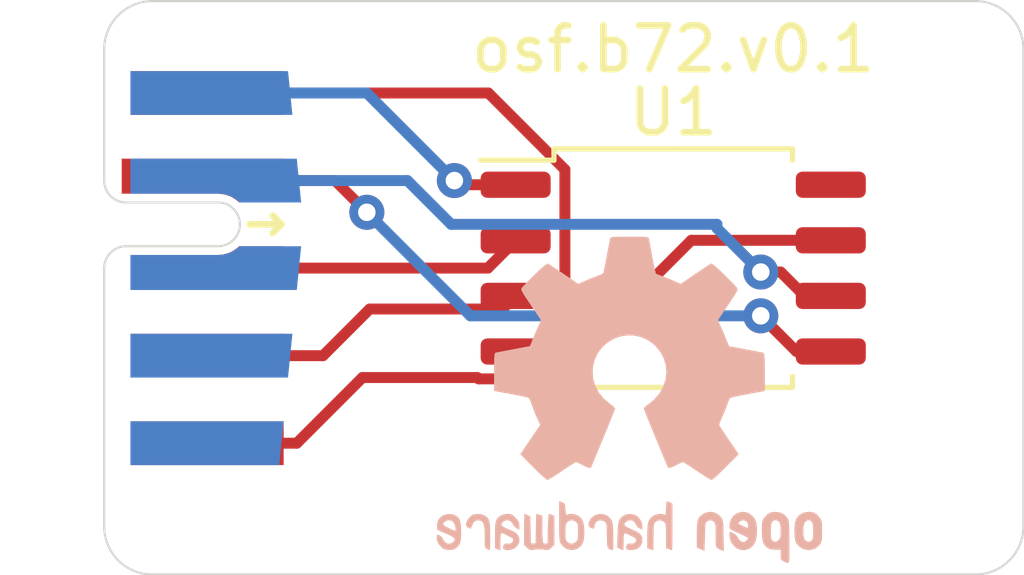
<source format=kicad_pcb>
(kicad_pcb (version 20171130) (host pcbnew 5.1.5+dfsg1-2build2)

  (general
    (thickness 1.6)
    (drawings 11)
    (tracks 43)
    (zones 0)
    (modules 3)
    (nets 10)
  )

  (page A4)
  (layers
    (0 F.Cu signal)
    (1 In1.Cu signal)
    (2 In2.Cu signal)
    (31 B.Cu signal)
    (32 B.Adhes user)
    (33 F.Adhes user)
    (34 B.Paste user)
    (35 F.Paste user)
    (36 B.SilkS user)
    (37 F.SilkS user)
    (38 B.Mask user)
    (39 F.Mask user)
    (40 Dwgs.User user)
    (41 Cmts.User user)
    (42 Eco1.User user)
    (43 Eco2.User user)
    (44 Edge.Cuts user)
    (45 Margin user)
    (46 B.CrtYd user)
    (47 F.CrtYd user)
    (48 B.Fab user)
    (49 F.Fab user)
  )

  (setup
    (last_trace_width 0.25)
    (user_trace_width 0.2)
    (user_trace_width 0.4)
    (user_trace_width 0.5)
    (trace_clearance 0.2)
    (zone_clearance 0.508)
    (zone_45_only no)
    (trace_min 0.2)
    (via_size 0.8)
    (via_drill 0.4)
    (via_min_size 0.4)
    (via_min_drill 0.3)
    (uvia_size 0.3)
    (uvia_drill 0.1)
    (uvias_allowed no)
    (uvia_min_size 0.2)
    (uvia_min_drill 0.1)
    (edge_width 0.05)
    (segment_width 0.2)
    (pcb_text_width 0.3)
    (pcb_text_size 1.5 1.5)
    (mod_edge_width 0.12)
    (mod_text_size 1 1)
    (mod_text_width 0.15)
    (pad_size 1.524 1.524)
    (pad_drill 0.762)
    (pad_to_mask_clearance 0.051)
    (solder_mask_min_width 0.25)
    (aux_axis_origin 0 0)
    (visible_elements 7FFFFFFF)
    (pcbplotparams
      (layerselection 0x010fc_ffffffff)
      (usegerberextensions false)
      (usegerberattributes false)
      (usegerberadvancedattributes false)
      (creategerberjobfile false)
      (excludeedgelayer true)
      (linewidth 0.100000)
      (plotframeref false)
      (viasonmask false)
      (mode 1)
      (useauxorigin false)
      (hpglpennumber 1)
      (hpglpenspeed 20)
      (hpglpendiameter 15.000000)
      (psnegative false)
      (psa4output false)
      (plotreference true)
      (plotvalue true)
      (plotinvisibletext false)
      (padsonsilk false)
      (subtractmaskfromsilk false)
      (outputformat 1)
      (mirror false)
      (drillshape 0)
      (scaleselection 1)
      (outputdirectory "gerber"))
  )

  (net 0 "")
  (net 1 GND)
  (net 2 +3V3)
  (net 3 "Net-(J10-Pad2)")
  (net 4 "Net-(J10-Pad3)")
  (net 5 "Net-(J10-Pad7)")
  (net 6 "Net-(J10-Pad4)")
  (net 7 "Net-(J10-Pad6)")
  (net 8 "Net-(J10-Pad5)")
  (net 9 "Net-(U1-Pad8)")

  (net_class Default "This is the default net class."
    (clearance 0.2)
    (trace_width 0.25)
    (via_dia 0.8)
    (via_drill 0.4)
    (uvia_dia 0.3)
    (uvia_drill 0.1)
    (add_net +3V3)
    (add_net GND)
    (add_net "Net-(J10-Pad2)")
    (add_net "Net-(J10-Pad3)")
    (add_net "Net-(J10-Pad4)")
    (add_net "Net-(J10-Pad5)")
    (add_net "Net-(J10-Pad6)")
    (add_net "Net-(J10-Pad7)")
    (add_net "Net-(U1-Pad8)")
  )

  (module on_edge:on_edge_2x05_device (layer F.Cu) (tedit 607DF540) (tstamp 61130B0A)
    (at 134 75 270)
    (path /61272941)
    (attr virtual)
    (fp_text reference J10 (at 0 1.2 270 unlocked) (layer F.Fab)
      (effects (font (size 0.5 0.5) (thickness 0.05)))
    )
    (fp_text value 018_QSPI (at 0 2 270 unlocked) (layer F.Fab)
      (effects (font (size 0.5 0.5) (thickness 0.05)))
    )
    (fp_arc (start -2 -0.5) (end -2 0) (angle -90) (layer Edge.Cuts) (width 0.05))
    (fp_arc (start 0 -0.5) (end -0.5 -0.5) (angle -90) (layer Edge.Cuts) (width 0.05))
    (fp_arc (start -1 -2.6) (end -0.5 -2.6) (angle -180) (layer Edge.Cuts) (width 0.05))
    (fp_line (start 5 0.5) (end 5 -5) (layer B.CrtYd) (width 0.05))
    (fp_line (start -5 0.5) (end 5 0.5) (layer B.CrtYd) (width 0.05))
    (fp_line (start -5 -5) (end -5 0.5) (layer B.CrtYd) (width 0.05))
    (fp_line (start 5 -5) (end -5 -5) (layer B.CrtYd) (width 0.05))
    (fp_line (start -5 0.5) (end -5 -5) (layer F.CrtYd) (width 0.05))
    (fp_line (start 5 0.5) (end -5 0.5) (layer F.CrtYd) (width 0.05))
    (fp_line (start 5 -5) (end 5 0.5) (layer F.CrtYd) (width 0.05))
    (fp_line (start -5 -5) (end 5 -5) (layer F.CrtYd) (width 0.05))
    (fp_line (start 0 0) (end 4 0) (layer Edge.Cuts) (width 0.05))
    (fp_line (start -4 0) (end -2 0) (layer Edge.Cuts) (width 0.05))
    (fp_line (start -1 -4.05) (end -1 -3.323) (layer F.SilkS) (width 0.153))
    (fp_line (start -1 -4.05) (end -0.8 -3.85) (layer F.SilkS) (width 0.153))
    (fp_line (start -1.2 -3.85) (end -1 -4.05) (layer F.SilkS) (width 0.153))
    (fp_line (start -0.5 -0.5) (end -0.5 -2.6) (layer Edge.Cuts) (width 0.05))
    (fp_line (start -1.5 -2.6) (end -1.5 -0.5) (layer Edge.Cuts) (width 0.05))
    (pad 2 smd custom (at -2 -3.6 270) (size 1 1) (layers F.Cu F.Mask)
      (net 3 "Net-(J10-Pad2)") (zone_connect 0)
      (options (clearance outline) (anchor rect))
      (primitives
        (gr_poly (pts
           (xy 0.3 1) (xy 0.31 0.89) (xy 0.33 0.81) (xy 0.35 0.75) (xy 0.37 0.7)
           (xy 0.4 0.65) (xy 0.44 0.59) (xy 0.48 0.54) (xy 0.5 0.52) (xy 0.5 -0.5)
           (xy -0.5 -0.5) (xy -0.5 3.2) (xy 0.3 3.2)) (width 0))
      ))
    (pad 3 smd custom (at 0 -3.6 270) (size 1 1) (layers F.Cu F.Mask)
      (net 4 "Net-(J10-Pad3)") (zone_connect 0)
      (options (clearance outline) (anchor rect))
      (primitives
        (gr_poly (pts
           (xy -0.3 1) (xy -0.31 0.89) (xy -0.33 0.81) (xy -0.35 0.75) (xy -0.37 0.7)
           (xy -0.4 0.65) (xy -0.44 0.59) (xy -0.48 0.54) (xy -0.5 0.52) (xy -0.5 -0.5)
           (xy 0.5 -0.5) (xy 0.5 3) (xy -0.3 3)) (width 0))
      ))
    (pad 8 smd custom (at 0 -2.1 270) (size 0.4 0.4) (layers B.Cu B.Mask)
      (zone_connect 0)
      (options (clearance outline) (anchor rect))
      (primitives
        (gr_poly (pts
           (xy -0.3 -0.51) (xy -0.31 -0.62) (xy -0.33 -0.7) (xy -0.35 -0.76) (xy -0.37 -0.81)
           (xy -0.4 -0.86) (xy -0.44 -0.92) (xy -0.48 -0.97) (xy -0.5 -0.99) (xy -0.5 -2.4)
           (xy 0.5 -2.3) (xy 0.5 1.5) (xy -0.3 1.5)) (width 0))
      ))
    (pad 7 smd custom (at -2 -2.1 270) (size 0.4 0.4) (layers B.Cu B.Mask)
      (net 5 "Net-(J10-Pad7)") (zone_connect 0)
      (options (clearance outline) (anchor rect))
      (primitives
        (gr_poly (pts
           (xy 0.3 -0.51) (xy 0.31 -0.62) (xy 0.33 -0.7) (xy 0.35 -0.76) (xy 0.37 -0.81)
           (xy 0.4 -0.86) (xy 0.44 -0.92) (xy 0.48 -0.97) (xy 0.5 -0.99) (xy 0.5 -2.4)
           (xy -0.5 -2.3) (xy -0.5 1.5) (xy 0.3 1.5)) (width 0))
      ))
    (pad 10 smd custom (at 4 -2.3 270) (size 1 3.4) (layers B.Cu B.Mask)
      (zone_connect 0)
      (options (clearance outline) (anchor rect))
      (primitives
        (gr_poly (pts
           (xy -0.5 -1.7) (xy -0.5 -1.8) (xy 0.5 -1.7)) (width 0))
      ))
    (pad 9 smd custom (at 2 -2.4 270) (size 1 3.6) (layers B.Cu B.Mask)
      (net 2 +3V3) (zone_connect 0)
      (options (clearance outline) (anchor rect))
      (primitives
        (gr_poly (pts
           (xy -0.5 -1.8) (xy -0.5 -1.9) (xy 0.5 -1.8)) (width 0))
      ))
    (pad 6 smd custom (at -4 -2.4 270) (size 1 3.6) (layers B.Cu B.Mask)
      (net 7 "Net-(J10-Pad6)") (zone_connect 0)
      (options (clearance outline) (anchor rect))
      (primitives
        (gr_poly (pts
           (xy 0.5 -1.8) (xy 0.5 -1.9) (xy -0.5 -1.8)) (width 0))
      ))
    (pad 5 smd rect (at 4 -2.35 90) (size 1 3.5) (layers F.Cu F.Mask)
      (net 8 "Net-(J10-Pad5)") (zone_connect 0))
    (pad 1 smd rect (at -4 -2.35 90) (size 1 3.5) (layers F.Cu F.Mask)
      (net 1 GND) (zone_connect 0))
    (pad 4 smd rect (at 2 -2.35 90) (size 1 3.5) (layers F.Cu F.Mask)
      (net 6 "Net-(J10-Pad4)") (zone_connect 0))
  )

  (module Package_SO:SOIC-8_5.23x5.23mm_P1.27mm (layer F.Cu) (tedit 5D9F72B1) (tstamp 61BD26B6)
    (at 147 75)
    (descr "SOIC, 8 Pin (http://www.winbond.com/resource-files/w25q32jv%20revg%2003272018%20plus.pdf#page=68), generated with kicad-footprint-generator ipc_gullwing_generator.py")
    (tags "SOIC SO")
    (path /61C19DB6)
    (attr smd)
    (fp_text reference U1 (at 0 -3.56) (layer F.SilkS)
      (effects (font (size 1 1) (thickness 0.15)))
    )
    (fp_text value W25Q128JVS (at 0 3.56) (layer F.Fab)
      (effects (font (size 1 1) (thickness 0.15)))
    )
    (fp_text user %R (at 0 0) (layer F.Fab)
      (effects (font (size 1 1) (thickness 0.15)))
    )
    (fp_line (start 4.65 -2.86) (end -4.65 -2.86) (layer F.CrtYd) (width 0.05))
    (fp_line (start 4.65 2.86) (end 4.65 -2.86) (layer F.CrtYd) (width 0.05))
    (fp_line (start -4.65 2.86) (end 4.65 2.86) (layer F.CrtYd) (width 0.05))
    (fp_line (start -4.65 -2.86) (end -4.65 2.86) (layer F.CrtYd) (width 0.05))
    (fp_line (start -2.615 -1.615) (end -1.615 -2.615) (layer F.Fab) (width 0.1))
    (fp_line (start -2.615 2.615) (end -2.615 -1.615) (layer F.Fab) (width 0.1))
    (fp_line (start 2.615 2.615) (end -2.615 2.615) (layer F.Fab) (width 0.1))
    (fp_line (start 2.615 -2.615) (end 2.615 2.615) (layer F.Fab) (width 0.1))
    (fp_line (start -1.615 -2.615) (end 2.615 -2.615) (layer F.Fab) (width 0.1))
    (fp_line (start -2.725 -2.465) (end -4.4 -2.465) (layer F.SilkS) (width 0.12))
    (fp_line (start -2.725 -2.725) (end -2.725 -2.465) (layer F.SilkS) (width 0.12))
    (fp_line (start 0 -2.725) (end -2.725 -2.725) (layer F.SilkS) (width 0.12))
    (fp_line (start 2.725 -2.725) (end 2.725 -2.465) (layer F.SilkS) (width 0.12))
    (fp_line (start 0 -2.725) (end 2.725 -2.725) (layer F.SilkS) (width 0.12))
    (fp_line (start -2.725 2.725) (end -2.725 2.465) (layer F.SilkS) (width 0.12))
    (fp_line (start 0 2.725) (end -2.725 2.725) (layer F.SilkS) (width 0.12))
    (fp_line (start 2.725 2.725) (end 2.725 2.465) (layer F.SilkS) (width 0.12))
    (fp_line (start 0 2.725) (end 2.725 2.725) (layer F.SilkS) (width 0.12))
    (pad 8 smd roundrect (at 3.6 -1.905) (size 1.6 0.6) (layers F.Cu F.Paste F.Mask) (roundrect_rratio 0.25)
      (net 9 "Net-(U1-Pad8)"))
    (pad 7 smd roundrect (at 3.6 -0.635) (size 1.6 0.6) (layers F.Cu F.Paste F.Mask) (roundrect_rratio 0.25)
      (net 8 "Net-(J10-Pad5)"))
    (pad 6 smd roundrect (at 3.6 0.635) (size 1.6 0.6) (layers F.Cu F.Paste F.Mask) (roundrect_rratio 0.25)
      (net 5 "Net-(J10-Pad7)"))
    (pad 5 smd roundrect (at 3.6 1.905) (size 1.6 0.6) (layers F.Cu F.Paste F.Mask) (roundrect_rratio 0.25)
      (net 3 "Net-(J10-Pad2)"))
    (pad 4 smd roundrect (at -3.6 1.905) (size 1.6 0.6) (layers F.Cu F.Paste F.Mask) (roundrect_rratio 0.25)
      (net 1 GND))
    (pad 3 smd roundrect (at -3.6 0.635) (size 1.6 0.6) (layers F.Cu F.Paste F.Mask) (roundrect_rratio 0.25)
      (net 6 "Net-(J10-Pad4)"))
    (pad 2 smd roundrect (at -3.6 -0.635) (size 1.6 0.6) (layers F.Cu F.Paste F.Mask) (roundrect_rratio 0.25)
      (net 4 "Net-(J10-Pad3)"))
    (pad 1 smd roundrect (at -3.6 -1.905) (size 1.6 0.6) (layers F.Cu F.Paste F.Mask) (roundrect_rratio 0.25)
      (net 7 "Net-(J10-Pad6)"))
    (model ${KISYS3DMOD}/Package_SO.3dshapes/SOIC-8_5.23x5.23mm_P1.27mm.wrl
      (at (xyz 0 0 0))
      (scale (xyz 1 1 1))
      (rotate (xyz 0 0 0))
    )
  )

  (module Symbol:OSHW-Logo2_9.8x8mm_SilkScreen (layer B.Cu) (tedit 0) (tstamp 618D9C60)
    (at 146 78 180)
    (descr "Open Source Hardware Symbol")
    (tags "Logo Symbol OSHW")
    (path /618E34D3)
    (attr virtual)
    (fp_text reference LOGO1 (at 0 0) (layer B.SilkS) hide
      (effects (font (size 1 1) (thickness 0.15)) (justify mirror))
    )
    (fp_text value Logo_Open_Hardware_Small (at 0.75 0) (layer B.Fab) hide
      (effects (font (size 1 1) (thickness 0.15)) (justify mirror))
    )
    (fp_poly (pts (xy 0.139878 3.712224) (xy 0.245612 3.711645) (xy 0.322132 3.710078) (xy 0.374372 3.707028)
      (xy 0.407263 3.702004) (xy 0.425737 3.694511) (xy 0.434727 3.684056) (xy 0.439163 3.670147)
      (xy 0.439594 3.668346) (xy 0.446333 3.635855) (xy 0.458808 3.571748) (xy 0.475719 3.482849)
      (xy 0.495771 3.375981) (xy 0.517664 3.257967) (xy 0.518429 3.253822) (xy 0.540359 3.138169)
      (xy 0.560877 3.035986) (xy 0.578659 2.953402) (xy 0.592381 2.896544) (xy 0.600718 2.871542)
      (xy 0.601116 2.871099) (xy 0.625677 2.85889) (xy 0.676315 2.838544) (xy 0.742095 2.814455)
      (xy 0.742461 2.814326) (xy 0.825317 2.783182) (xy 0.923 2.743509) (xy 1.015077 2.703619)
      (xy 1.019434 2.701647) (xy 1.169407 2.63358) (xy 1.501498 2.860361) (xy 1.603374 2.929496)
      (xy 1.695657 2.991303) (xy 1.773003 3.042267) (xy 1.830064 3.078873) (xy 1.861495 3.097606)
      (xy 1.864479 3.098996) (xy 1.887321 3.09281) (xy 1.929982 3.062965) (xy 1.994128 3.008053)
      (xy 2.081421 2.926666) (xy 2.170535 2.840078) (xy 2.256441 2.754753) (xy 2.333327 2.676892)
      (xy 2.396564 2.611303) (xy 2.441523 2.562795) (xy 2.463576 2.536175) (xy 2.464396 2.534805)
      (xy 2.466834 2.516537) (xy 2.45765 2.486705) (xy 2.434574 2.441279) (xy 2.395337 2.37623)
      (xy 2.33767 2.28753) (xy 2.260795 2.173343) (xy 2.19257 2.072838) (xy 2.131582 1.982697)
      (xy 2.081356 1.908151) (xy 2.045416 1.854435) (xy 2.027287 1.826782) (xy 2.026146 1.824905)
      (xy 2.028359 1.79841) (xy 2.045138 1.746914) (xy 2.073142 1.680149) (xy 2.083122 1.658828)
      (xy 2.126672 1.563841) (xy 2.173134 1.456063) (xy 2.210877 1.362808) (xy 2.238073 1.293594)
      (xy 2.259675 1.240994) (xy 2.272158 1.213503) (xy 2.273709 1.211384) (xy 2.296668 1.207876)
      (xy 2.350786 1.198262) (xy 2.428868 1.183911) (xy 2.523719 1.166193) (xy 2.628143 1.146475)
      (xy 2.734944 1.126126) (xy 2.836926 1.106514) (xy 2.926894 1.089009) (xy 2.997653 1.074978)
      (xy 3.042006 1.065791) (xy 3.052885 1.063193) (xy 3.064122 1.056782) (xy 3.072605 1.042303)
      (xy 3.078714 1.014867) (xy 3.082832 0.969589) (xy 3.085341 0.90158) (xy 3.086621 0.805953)
      (xy 3.087054 0.67782) (xy 3.087077 0.625299) (xy 3.087077 0.198155) (xy 2.9845 0.177909)
      (xy 2.927431 0.16693) (xy 2.842269 0.150905) (xy 2.739372 0.131767) (xy 2.629096 0.111449)
      (xy 2.598615 0.105868) (xy 2.496855 0.086083) (xy 2.408205 0.066627) (xy 2.340108 0.049303)
      (xy 2.300004 0.035912) (xy 2.293323 0.031921) (xy 2.276919 0.003658) (xy 2.253399 -0.051109)
      (xy 2.227316 -0.121588) (xy 2.222142 -0.136769) (xy 2.187956 -0.230896) (xy 2.145523 -0.337101)
      (xy 2.103997 -0.432473) (xy 2.103792 -0.432916) (xy 2.03464 -0.582525) (xy 2.489512 -1.251617)
      (xy 2.1975 -1.544116) (xy 2.10918 -1.63117) (xy 2.028625 -1.707909) (xy 1.96036 -1.770237)
      (xy 1.908908 -1.814056) (xy 1.878794 -1.83527) (xy 1.874474 -1.836616) (xy 1.849111 -1.826016)
      (xy 1.797358 -1.796547) (xy 1.724868 -1.751705) (xy 1.637294 -1.694984) (xy 1.542612 -1.631462)
      (xy 1.446516 -1.566668) (xy 1.360837 -1.510287) (xy 1.291016 -1.465788) (xy 1.242494 -1.436639)
      (xy 1.220782 -1.426308) (xy 1.194293 -1.43505) (xy 1.144062 -1.458087) (xy 1.080451 -1.490631)
      (xy 1.073708 -1.494249) (xy 0.988046 -1.53721) (xy 0.929306 -1.558279) (xy 0.892772 -1.558503)
      (xy 0.873731 -1.538928) (xy 0.87362 -1.538654) (xy 0.864102 -1.515472) (xy 0.841403 -1.460441)
      (xy 0.807282 -1.377822) (xy 0.7635 -1.271872) (xy 0.711816 -1.146852) (xy 0.653992 -1.00702)
      (xy 0.597991 -0.871637) (xy 0.536447 -0.722234) (xy 0.479939 -0.583832) (xy 0.430161 -0.460673)
      (xy 0.388806 -0.357002) (xy 0.357568 -0.277059) (xy 0.338141 -0.225088) (xy 0.332154 -0.205692)
      (xy 0.347168 -0.183443) (xy 0.386439 -0.147982) (xy 0.438807 -0.108887) (xy 0.587941 0.014755)
      (xy 0.704511 0.156478) (xy 0.787118 0.313296) (xy 0.834366 0.482225) (xy 0.844857 0.660278)
      (xy 0.837231 0.742461) (xy 0.795682 0.912969) (xy 0.724123 1.063541) (xy 0.626995 1.192691)
      (xy 0.508734 1.298936) (xy 0.37378 1.38079) (xy 0.226571 1.436768) (xy 0.071544 1.465385)
      (xy -0.086861 1.465156) (xy -0.244206 1.434595) (xy -0.396054 1.372218) (xy -0.537965 1.27654)
      (xy -0.597197 1.222428) (xy -0.710797 1.08348) (xy -0.789894 0.931639) (xy -0.835014 0.771333)
      (xy -0.846684 0.606988) (xy -0.825431 0.443029) (xy -0.77178 0.283882) (xy -0.68626 0.133975)
      (xy -0.569395 -0.002267) (xy -0.438807 -0.108887) (xy -0.384412 -0.149642) (xy -0.345986 -0.184718)
      (xy -0.332154 -0.205726) (xy -0.339397 -0.228635) (xy -0.359995 -0.283365) (xy -0.392254 -0.365672)
      (xy -0.434479 -0.471315) (xy -0.484977 -0.59605) (xy -0.542052 -0.735636) (xy -0.598146 -0.87167)
      (xy -0.660033 -1.021201) (xy -0.717356 -1.159767) (xy -0.768356 -1.283107) (xy -0.811273 -1.386964)
      (xy -0.844347 -1.46708) (xy -0.865819 -1.519195) (xy -0.873775 -1.538654) (xy -0.892571 -1.558423)
      (xy -0.928926 -1.558365) (xy -0.987521 -1.537441) (xy -1.073032 -1.494613) (xy -1.073708 -1.494249)
      (xy -1.138093 -1.461012) (xy -1.190139 -1.436802) (xy -1.219488 -1.426404) (xy -1.220783 -1.426308)
      (xy -1.242876 -1.436855) (xy -1.291652 -1.466184) (xy -1.361669 -1.510827) (xy -1.447486 -1.567314)
      (xy -1.542612 -1.631462) (xy -1.63946 -1.696411) (xy -1.726747 -1.752896) (xy -1.798819 -1.797421)
      (xy -1.850023 -1.82649) (xy -1.874474 -1.836616) (xy -1.89699 -1.823307) (xy -1.942258 -1.786112)
      (xy -2.005756 -1.729128) (xy -2.082961 -1.656449) (xy -2.169349 -1.572171) (xy -2.197601 -1.544016)
      (xy -2.489713 -1.251416) (xy -2.267369 -0.925104) (xy -2.199798 -0.824897) (xy -2.140493 -0.734963)
      (xy -2.092783 -0.66051) (xy -2.059993 -0.606751) (xy -2.045452 -0.578894) (xy -2.045026 -0.576912)
      (xy -2.052692 -0.550655) (xy -2.073311 -0.497837) (xy -2.103315 -0.42731) (xy -2.124375 -0.380093)
      (xy -2.163752 -0.289694) (xy -2.200835 -0.198366) (xy -2.229585 -0.1212) (xy -2.237395 -0.097692)
      (xy -2.259583 -0.034916) (xy -2.281273 0.013589) (xy -2.293187 0.031921) (xy -2.319477 0.043141)
      (xy -2.376858 0.059046) (xy -2.457882 0.077833) (xy -2.555105 0.097701) (xy -2.598615 0.105868)
      (xy -2.709104 0.126171) (xy -2.815084 0.14583) (xy -2.906199 0.162912) (xy -2.972092 0.175482)
      (xy -2.9845 0.177909) (xy -3.087077 0.198155) (xy -3.087077 0.625299) (xy -3.086847 0.765754)
      (xy -3.085901 0.872021) (xy -3.083859 0.948987) (xy -3.080338 1.00154) (xy -3.074957 1.034567)
      (xy -3.067334 1.052955) (xy -3.057088 1.061592) (xy -3.052885 1.063193) (xy -3.02753 1.068873)
      (xy -2.971516 1.080205) (xy -2.892036 1.095821) (xy -2.796288 1.114353) (xy -2.691467 1.134431)
      (xy -2.584768 1.154688) (xy -2.483387 1.173754) (xy -2.394521 1.190261) (xy -2.325363 1.202841)
      (xy -2.283111 1.210125) (xy -2.27371 1.211384) (xy -2.265193 1.228237) (xy -2.24634 1.27313)
      (xy -2.220676 1.33757) (xy -2.210877 1.362808) (xy -2.171352 1.460314) (xy -2.124808 1.568041)
      (xy -2.083123 1.658828) (xy -2.05245 1.728247) (xy -2.032044 1.78529) (xy -2.025232 1.820223)
      (xy -2.026318 1.824905) (xy -2.040715 1.847009) (xy -2.073588 1.896169) (xy -2.12141 1.967152)
      (xy -2.180652 2.054722) (xy -2.247785 2.153643) (xy -2.261059 2.17317) (xy -2.338954 2.28886)
      (xy -2.396213 2.376956) (xy -2.435119 2.441514) (xy -2.457956 2.486589) (xy -2.467006 2.516237)
      (xy -2.464552 2.534515) (xy -2.464489 2.534631) (xy -2.445173 2.558639) (xy -2.402449 2.605053)
      (xy -2.340949 2.669063) (xy -2.265302 2.745855) (xy -2.180139 2.830618) (xy -2.170535 2.840078)
      (xy -2.06321 2.944011) (xy -1.980385 3.020325) (xy -1.920395 3.070429) (xy -1.881577 3.09573)
      (xy -1.86448 3.098996) (xy -1.839527 3.08475) (xy -1.787745 3.051844) (xy -1.71448 3.003792)
      (xy -1.62508 2.94411) (xy -1.524889 2.876312) (xy -1.501499 2.860361) (xy -1.169407 2.63358)
      (xy -1.019435 2.701647) (xy -0.92823 2.741315) (xy -0.830331 2.781209) (xy -0.746169 2.813017)
      (xy -0.742462 2.814326) (xy -0.676631 2.838424) (xy -0.625884 2.8588) (xy -0.601158 2.871064)
      (xy -0.601116 2.871099) (xy -0.593271 2.893266) (xy -0.579934 2.947783) (xy -0.56243 3.02852)
      (xy -0.542083 3.12935) (xy -0.520218 3.244144) (xy -0.518429 3.253822) (xy -0.496496 3.372096)
      (xy -0.47636 3.479458) (xy -0.45932 3.569083) (xy -0.446672 3.634149) (xy -0.439716 3.667832)
      (xy -0.439594 3.668346) (xy -0.435361 3.682675) (xy -0.427129 3.693493) (xy -0.409967 3.701294)
      (xy -0.378942 3.706571) (xy -0.329122 3.709818) (xy -0.255576 3.711528) (xy -0.153371 3.712193)
      (xy -0.017575 3.712307) (xy 0 3.712308) (xy 0.139878 3.712224)) (layer B.SilkS) (width 0.01))
    (fp_poly (pts (xy 4.245224 -2.647838) (xy 4.322528 -2.698361) (xy 4.359814 -2.74359) (xy 4.389353 -2.825663)
      (xy 4.391699 -2.890607) (xy 4.386385 -2.977445) (xy 4.186115 -3.065103) (xy 4.088739 -3.109887)
      (xy 4.025113 -3.145913) (xy 3.992029 -3.177117) (xy 3.98628 -3.207436) (xy 4.004658 -3.240805)
      (xy 4.024923 -3.262923) (xy 4.083889 -3.298393) (xy 4.148024 -3.300879) (xy 4.206926 -3.273235)
      (xy 4.250197 -3.21832) (xy 4.257936 -3.198928) (xy 4.295006 -3.138364) (xy 4.337654 -3.112552)
      (xy 4.396154 -3.090471) (xy 4.396154 -3.174184) (xy 4.390982 -3.23115) (xy 4.370723 -3.279189)
      (xy 4.328262 -3.334346) (xy 4.321951 -3.341514) (xy 4.27472 -3.390585) (xy 4.234121 -3.41692)
      (xy 4.183328 -3.429035) (xy 4.14122 -3.433003) (xy 4.065902 -3.433991) (xy 4.012286 -3.421466)
      (xy 3.978838 -3.402869) (xy 3.926268 -3.361975) (xy 3.889879 -3.317748) (xy 3.86685 -3.262126)
      (xy 3.854359 -3.187047) (xy 3.849587 -3.084449) (xy 3.849206 -3.032376) (xy 3.850501 -2.969948)
      (xy 3.968471 -2.969948) (xy 3.969839 -3.003438) (xy 3.973249 -3.008923) (xy 3.995753 -3.001472)
      (xy 4.044182 -2.981753) (xy 4.108908 -2.953718) (xy 4.122443 -2.947692) (xy 4.204244 -2.906096)
      (xy 4.249312 -2.869538) (xy 4.259217 -2.835296) (xy 4.235526 -2.800648) (xy 4.21596 -2.785339)
      (xy 4.14536 -2.754721) (xy 4.07928 -2.75978) (xy 4.023959 -2.797151) (xy 3.985636 -2.863473)
      (xy 3.973349 -2.916116) (xy 3.968471 -2.969948) (xy 3.850501 -2.969948) (xy 3.85173 -2.91072)
      (xy 3.861032 -2.82071) (xy 3.87946 -2.755167) (xy 3.90936 -2.706912) (xy 3.95308 -2.668767)
      (xy 3.972141 -2.65644) (xy 4.058726 -2.624336) (xy 4.153522 -2.622316) (xy 4.245224 -2.647838)) (layer B.SilkS) (width 0.01))
    (fp_poly (pts (xy 3.570807 -2.636782) (xy 3.594161 -2.646988) (xy 3.649902 -2.691134) (xy 3.697569 -2.754967)
      (xy 3.727048 -2.823087) (xy 3.731846 -2.85667) (xy 3.71576 -2.903556) (xy 3.680475 -2.928365)
      (xy 3.642644 -2.943387) (xy 3.625321 -2.946155) (xy 3.616886 -2.926066) (xy 3.60023 -2.882351)
      (xy 3.592923 -2.862598) (xy 3.551948 -2.794271) (xy 3.492622 -2.760191) (xy 3.416552 -2.761239)
      (xy 3.410918 -2.762581) (xy 3.370305 -2.781836) (xy 3.340448 -2.819375) (xy 3.320055 -2.879809)
      (xy 3.307836 -2.967751) (xy 3.3025 -3.087813) (xy 3.302 -3.151698) (xy 3.301752 -3.252403)
      (xy 3.300126 -3.321054) (xy 3.295801 -3.364673) (xy 3.287454 -3.390282) (xy 3.273765 -3.404903)
      (xy 3.253411 -3.415558) (xy 3.252234 -3.416095) (xy 3.213038 -3.432667) (xy 3.193619 -3.438769)
      (xy 3.190635 -3.420319) (xy 3.188081 -3.369323) (xy 3.18614 -3.292308) (xy 3.184997 -3.195805)
      (xy 3.184769 -3.125184) (xy 3.185932 -2.988525) (xy 3.190479 -2.884851) (xy 3.199999 -2.808108)
      (xy 3.216081 -2.752246) (xy 3.240313 -2.711212) (xy 3.274286 -2.678954) (xy 3.307833 -2.65644)
      (xy 3.388499 -2.626476) (xy 3.482381 -2.619718) (xy 3.570807 -2.636782)) (layer B.SilkS) (width 0.01))
    (fp_poly (pts (xy 2.887333 -2.633528) (xy 2.94359 -2.659117) (xy 2.987747 -2.690124) (xy 3.020101 -2.724795)
      (xy 3.042438 -2.76952) (xy 3.056546 -2.830692) (xy 3.064211 -2.914701) (xy 3.06722 -3.02794)
      (xy 3.067538 -3.102509) (xy 3.067538 -3.39342) (xy 3.017773 -3.416095) (xy 2.978576 -3.432667)
      (xy 2.959157 -3.438769) (xy 2.955442 -3.42061) (xy 2.952495 -3.371648) (xy 2.950691 -3.300153)
      (xy 2.950308 -3.243385) (xy 2.948661 -3.161371) (xy 2.944222 -3.096309) (xy 2.93774 -3.056467)
      (xy 2.93259 -3.048) (xy 2.897977 -3.056646) (xy 2.84364 -3.078823) (xy 2.780722 -3.108886)
      (xy 2.720368 -3.141192) (xy 2.673721 -3.170098) (xy 2.651926 -3.189961) (xy 2.651839 -3.190175)
      (xy 2.653714 -3.226935) (xy 2.670525 -3.262026) (xy 2.700039 -3.290528) (xy 2.743116 -3.300061)
      (xy 2.779932 -3.29895) (xy 2.832074 -3.298133) (xy 2.859444 -3.310349) (xy 2.875882 -3.342624)
      (xy 2.877955 -3.34871) (xy 2.885081 -3.394739) (xy 2.866024 -3.422687) (xy 2.816353 -3.436007)
      (xy 2.762697 -3.43847) (xy 2.666142 -3.42021) (xy 2.616159 -3.394131) (xy 2.554429 -3.332868)
      (xy 2.52169 -3.25767) (xy 2.518753 -3.178211) (xy 2.546424 -3.104167) (xy 2.588047 -3.057769)
      (xy 2.629604 -3.031793) (xy 2.694922 -2.998907) (xy 2.771038 -2.965557) (xy 2.783726 -2.960461)
      (xy 2.867333 -2.923565) (xy 2.91553 -2.891046) (xy 2.93103 -2.858718) (xy 2.91655 -2.822394)
      (xy 2.891692 -2.794) (xy 2.832939 -2.759039) (xy 2.768293 -2.756417) (xy 2.709008 -2.783358)
      (xy 2.666339 -2.837088) (xy 2.660739 -2.85095) (xy 2.628133 -2.901936) (xy 2.58053 -2.939787)
      (xy 2.520461 -2.97085) (xy 2.520461 -2.882768) (xy 2.523997 -2.828951) (xy 2.539156 -2.786534)
      (xy 2.572768 -2.741279) (xy 2.605035 -2.70642) (xy 2.655209 -2.657062) (xy 2.694193 -2.630547)
      (xy 2.736064 -2.619911) (xy 2.78346 -2.618154) (xy 2.887333 -2.633528)) (layer B.SilkS) (width 0.01))
    (fp_poly (pts (xy 2.395929 -2.636662) (xy 2.398911 -2.688068) (xy 2.401247 -2.766192) (xy 2.402749 -2.864857)
      (xy 2.403231 -2.968343) (xy 2.403231 -3.318533) (xy 2.341401 -3.380363) (xy 2.298793 -3.418462)
      (xy 2.26139 -3.433895) (xy 2.21027 -3.432918) (xy 2.189978 -3.430433) (xy 2.126554 -3.4232)
      (xy 2.074095 -3.419055) (xy 2.061308 -3.418672) (xy 2.018199 -3.421176) (xy 1.956544 -3.427462)
      (xy 1.932638 -3.430433) (xy 1.873922 -3.435028) (xy 1.834464 -3.425046) (xy 1.795338 -3.394228)
      (xy 1.781215 -3.380363) (xy 1.719385 -3.318533) (xy 1.719385 -2.663503) (xy 1.76915 -2.640829)
      (xy 1.812002 -2.624034) (xy 1.837073 -2.618154) (xy 1.843501 -2.636736) (xy 1.849509 -2.688655)
      (xy 1.854697 -2.768172) (xy 1.858664 -2.869546) (xy 1.860577 -2.955192) (xy 1.865923 -3.292231)
      (xy 1.91256 -3.298825) (xy 1.954976 -3.294214) (xy 1.97576 -3.279287) (xy 1.98157 -3.251377)
      (xy 1.98653 -3.191925) (xy 1.990246 -3.108466) (xy 1.992324 -3.008532) (xy 1.992624 -2.957104)
      (xy 1.992923 -2.661054) (xy 2.054454 -2.639604) (xy 2.098004 -2.62502) (xy 2.121694 -2.618219)
      (xy 2.122377 -2.618154) (xy 2.124754 -2.636642) (xy 2.127366 -2.687906) (xy 2.129995 -2.765649)
      (xy 2.132421 -2.863574) (xy 2.134115 -2.955192) (xy 2.139461 -3.292231) (xy 2.256692 -3.292231)
      (xy 2.262072 -2.984746) (xy 2.267451 -2.677261) (xy 2.324601 -2.647707) (xy 2.366797 -2.627413)
      (xy 2.39177 -2.618204) (xy 2.392491 -2.618154) (xy 2.395929 -2.636662)) (layer B.SilkS) (width 0.01))
    (fp_poly (pts (xy 1.602081 -2.780289) (xy 1.601833 -2.92632) (xy 1.600872 -3.038655) (xy 1.598794 -3.122678)
      (xy 1.595193 -3.183769) (xy 1.589665 -3.227309) (xy 1.581804 -3.258679) (xy 1.571207 -3.283262)
      (xy 1.563182 -3.297294) (xy 1.496728 -3.373388) (xy 1.41247 -3.421084) (xy 1.319249 -3.438199)
      (xy 1.2259 -3.422546) (xy 1.170312 -3.394418) (xy 1.111957 -3.34576) (xy 1.072186 -3.286333)
      (xy 1.04819 -3.208507) (xy 1.037161 -3.104652) (xy 1.035599 -3.028462) (xy 1.035809 -3.022986)
      (xy 1.172308 -3.022986) (xy 1.173141 -3.110355) (xy 1.176961 -3.168192) (xy 1.185746 -3.206029)
      (xy 1.201474 -3.233398) (xy 1.220266 -3.254042) (xy 1.283375 -3.29389) (xy 1.351137 -3.297295)
      (xy 1.415179 -3.264025) (xy 1.420164 -3.259517) (xy 1.441439 -3.236067) (xy 1.454779 -3.208166)
      (xy 1.462001 -3.166641) (xy 1.464923 -3.102316) (xy 1.465385 -3.0312) (xy 1.464383 -2.941858)
      (xy 1.460238 -2.882258) (xy 1.451236 -2.843089) (xy 1.435667 -2.81504) (xy 1.422902 -2.800144)
      (xy 1.3636 -2.762575) (xy 1.295301 -2.758057) (xy 1.23011 -2.786753) (xy 1.217528 -2.797406)
      (xy 1.196111 -2.821063) (xy 1.182744 -2.849251) (xy 1.175566 -2.891245) (xy 1.172719 -2.956319)
      (xy 1.172308 -3.022986) (xy 1.035809 -3.022986) (xy 1.040322 -2.905765) (xy 1.056362 -2.813577)
      (xy 1.086528 -2.744269) (xy 1.133629 -2.690211) (xy 1.170312 -2.662505) (xy 1.23699 -2.632572)
      (xy 1.314272 -2.618678) (xy 1.38611 -2.622397) (xy 1.426308 -2.6374) (xy 1.442082 -2.64167)
      (xy 1.45255 -2.62575) (xy 1.459856 -2.583089) (xy 1.465385 -2.518106) (xy 1.471437 -2.445732)
      (xy 1.479844 -2.402187) (xy 1.495141 -2.377287) (xy 1.521864 -2.360845) (xy 1.538654 -2.353564)
      (xy 1.602154 -2.326963) (xy 1.602081 -2.780289)) (layer B.SilkS) (width 0.01))
    (fp_poly (pts (xy 0.713362 -2.62467) (xy 0.802117 -2.657421) (xy 0.874022 -2.71535) (xy 0.902144 -2.756128)
      (xy 0.932802 -2.830954) (xy 0.932165 -2.885058) (xy 0.899987 -2.921446) (xy 0.888081 -2.927633)
      (xy 0.836675 -2.946925) (xy 0.810422 -2.941982) (xy 0.80153 -2.909587) (xy 0.801077 -2.891692)
      (xy 0.784797 -2.825859) (xy 0.742365 -2.779807) (xy 0.683388 -2.757564) (xy 0.617475 -2.763161)
      (xy 0.563895 -2.792229) (xy 0.545798 -2.80881) (xy 0.532971 -2.828925) (xy 0.524306 -2.859332)
      (xy 0.518696 -2.906788) (xy 0.515035 -2.97805) (xy 0.512215 -3.079875) (xy 0.511484 -3.112115)
      (xy 0.50882 -3.22241) (xy 0.505792 -3.300036) (xy 0.50125 -3.351396) (xy 0.494046 -3.38289)
      (xy 0.483033 -3.40092) (xy 0.46706 -3.411888) (xy 0.456834 -3.416733) (xy 0.413406 -3.433301)
      (xy 0.387842 -3.438769) (xy 0.379395 -3.420507) (xy 0.374239 -3.365296) (xy 0.372346 -3.272499)
      (xy 0.373689 -3.141478) (xy 0.374107 -3.121269) (xy 0.377058 -3.001733) (xy 0.380548 -2.914449)
      (xy 0.385514 -2.852591) (xy 0.392893 -2.809336) (xy 0.403624 -2.77786) (xy 0.418645 -2.751339)
      (xy 0.426502 -2.739975) (xy 0.471553 -2.689692) (xy 0.52194 -2.650581) (xy 0.528108 -2.647167)
      (xy 0.618458 -2.620212) (xy 0.713362 -2.62467)) (layer B.SilkS) (width 0.01))
    (fp_poly (pts (xy 0.053501 -2.626303) (xy 0.13006 -2.654733) (xy 0.130936 -2.655279) (xy 0.178285 -2.690127)
      (xy 0.213241 -2.730852) (xy 0.237825 -2.783925) (xy 0.254062 -2.855814) (xy 0.263975 -2.952992)
      (xy 0.269586 -3.081928) (xy 0.270077 -3.100298) (xy 0.277141 -3.377287) (xy 0.217695 -3.408028)
      (xy 0.174681 -3.428802) (xy 0.14871 -3.438646) (xy 0.147509 -3.438769) (xy 0.143014 -3.420606)
      (xy 0.139444 -3.371612) (xy 0.137248 -3.300031) (xy 0.136769 -3.242068) (xy 0.136758 -3.14817)
      (xy 0.132466 -3.089203) (xy 0.117503 -3.061079) (xy 0.085482 -3.059706) (xy 0.030014 -3.080998)
      (xy -0.053731 -3.120136) (xy -0.115311 -3.152643) (xy -0.146983 -3.180845) (xy -0.156294 -3.211582)
      (xy -0.156308 -3.213104) (xy -0.140943 -3.266054) (xy -0.095453 -3.29466) (xy -0.025834 -3.298803)
      (xy 0.024313 -3.298084) (xy 0.050754 -3.312527) (xy 0.067243 -3.347218) (xy 0.076733 -3.391416)
      (xy 0.063057 -3.416493) (xy 0.057907 -3.420082) (xy 0.009425 -3.434496) (xy -0.058469 -3.436537)
      (xy -0.128388 -3.426983) (xy -0.177932 -3.409522) (xy -0.24643 -3.351364) (xy -0.285366 -3.270408)
      (xy -0.293077 -3.20716) (xy -0.287193 -3.150111) (xy -0.265899 -3.103542) (xy -0.223735 -3.062181)
      (xy -0.155241 -3.020755) (xy -0.054956 -2.973993) (xy -0.048846 -2.97135) (xy 0.04149 -2.929617)
      (xy 0.097235 -2.895391) (xy 0.121129 -2.864635) (xy 0.115913 -2.833311) (xy 0.084328 -2.797383)
      (xy 0.074883 -2.789116) (xy 0.011617 -2.757058) (xy -0.053936 -2.758407) (xy -0.111028 -2.789838)
      (xy -0.148907 -2.848024) (xy -0.152426 -2.859446) (xy -0.1867 -2.914837) (xy -0.230191 -2.941518)
      (xy -0.293077 -2.96796) (xy -0.293077 -2.899548) (xy -0.273948 -2.80011) (xy -0.217169 -2.708902)
      (xy -0.187622 -2.678389) (xy -0.120458 -2.639228) (xy -0.035044 -2.6215) (xy 0.053501 -2.626303)) (layer B.SilkS) (width 0.01))
    (fp_poly (pts (xy -0.840154 -2.49212) (xy -0.834428 -2.57198) (xy -0.827851 -2.619039) (xy -0.818738 -2.639566)
      (xy -0.805402 -2.639829) (xy -0.801077 -2.637378) (xy -0.743556 -2.619636) (xy -0.668732 -2.620672)
      (xy -0.592661 -2.63891) (xy -0.545082 -2.662505) (xy -0.496298 -2.700198) (xy -0.460636 -2.742855)
      (xy -0.436155 -2.797057) (xy -0.420913 -2.869384) (xy -0.41297 -2.966419) (xy -0.410384 -3.094742)
      (xy -0.410338 -3.119358) (xy -0.410308 -3.39587) (xy -0.471839 -3.41732) (xy -0.515541 -3.431912)
      (xy -0.539518 -3.438706) (xy -0.540223 -3.438769) (xy -0.542585 -3.420345) (xy -0.544594 -3.369526)
      (xy -0.546099 -3.292993) (xy -0.546947 -3.19743) (xy -0.547077 -3.139329) (xy -0.547349 -3.024771)
      (xy -0.548748 -2.942667) (xy -0.552151 -2.886393) (xy -0.558433 -2.849326) (xy -0.568471 -2.824844)
      (xy -0.583139 -2.806325) (xy -0.592298 -2.797406) (xy -0.655211 -2.761466) (xy -0.723864 -2.758775)
      (xy -0.786152 -2.78917) (xy -0.797671 -2.800144) (xy -0.814567 -2.820779) (xy -0.826286 -2.845256)
      (xy -0.833767 -2.880647) (xy -0.837946 -2.934026) (xy -0.839763 -3.012466) (xy -0.840154 -3.120617)
      (xy -0.840154 -3.39587) (xy -0.901685 -3.41732) (xy -0.945387 -3.431912) (xy -0.969364 -3.438706)
      (xy -0.97007 -3.438769) (xy -0.971874 -3.420069) (xy -0.9735 -3.367322) (xy -0.974883 -3.285557)
      (xy -0.975958 -3.179805) (xy -0.97666 -3.055094) (xy -0.976923 -2.916455) (xy -0.976923 -2.381806)
      (xy -0.849923 -2.328236) (xy -0.840154 -2.49212)) (layer B.SilkS) (width 0.01))
    (fp_poly (pts (xy -2.465746 -2.599745) (xy -2.388714 -2.651567) (xy -2.329184 -2.726412) (xy -2.293622 -2.821654)
      (xy -2.286429 -2.891756) (xy -2.287246 -2.921009) (xy -2.294086 -2.943407) (xy -2.312888 -2.963474)
      (xy -2.349592 -2.985733) (xy -2.410138 -3.014709) (xy -2.500466 -3.054927) (xy -2.500923 -3.055129)
      (xy -2.584067 -3.09321) (xy -2.652247 -3.127025) (xy -2.698495 -3.152933) (xy -2.715842 -3.167295)
      (xy -2.715846 -3.167411) (xy -2.700557 -3.198685) (xy -2.664804 -3.233157) (xy -2.623758 -3.25799)
      (xy -2.602963 -3.262923) (xy -2.54623 -3.245862) (xy -2.497373 -3.203133) (xy -2.473535 -3.156155)
      (xy -2.450603 -3.121522) (xy -2.405682 -3.082081) (xy -2.352877 -3.048009) (xy -2.30629 -3.02948)
      (xy -2.296548 -3.028462) (xy -2.285582 -3.045215) (xy -2.284921 -3.088039) (xy -2.29298 -3.145781)
      (xy -2.308173 -3.207289) (xy -2.328914 -3.261409) (xy -2.329962 -3.26351) (xy -2.392379 -3.35066)
      (xy -2.473274 -3.409939) (xy -2.565144 -3.439034) (xy -2.660487 -3.435634) (xy -2.751802 -3.397428)
      (xy -2.755862 -3.394741) (xy -2.827694 -3.329642) (xy -2.874927 -3.244705) (xy -2.901066 -3.133021)
      (xy -2.904574 -3.101643) (xy -2.910787 -2.953536) (xy -2.903339 -2.884468) (xy -2.715846 -2.884468)
      (xy -2.71341 -2.927552) (xy -2.700086 -2.940126) (xy -2.666868 -2.930719) (xy -2.614506 -2.908483)
      (xy -2.555976 -2.88061) (xy -2.554521 -2.879872) (xy -2.504911 -2.853777) (xy -2.485 -2.836363)
      (xy -2.48991 -2.818107) (xy -2.510584 -2.79412) (xy -2.563181 -2.759406) (xy -2.619823 -2.756856)
      (xy -2.670631 -2.782119) (xy -2.705724 -2.830847) (xy -2.715846 -2.884468) (xy -2.903339 -2.884468)
      (xy -2.898008 -2.835036) (xy -2.865222 -2.741055) (xy -2.819579 -2.675215) (xy -2.737198 -2.608681)
      (xy -2.646454 -2.575676) (xy -2.553815 -2.573573) (xy -2.465746 -2.599745)) (layer B.SilkS) (width 0.01))
    (fp_poly (pts (xy -3.983114 -2.587256) (xy -3.891536 -2.635409) (xy -3.823951 -2.712905) (xy -3.799943 -2.762727)
      (xy -3.781262 -2.837533) (xy -3.771699 -2.932052) (xy -3.770792 -3.03521) (xy -3.778079 -3.135935)
      (xy -3.793097 -3.223153) (xy -3.815385 -3.285791) (xy -3.822235 -3.296579) (xy -3.903368 -3.377105)
      (xy -3.999734 -3.425336) (xy -4.104299 -3.43945) (xy -4.210032 -3.417629) (xy -4.239457 -3.404547)
      (xy -4.296759 -3.364231) (xy -4.34705 -3.310775) (xy -4.351803 -3.303995) (xy -4.371122 -3.271321)
      (xy -4.383892 -3.236394) (xy -4.391436 -3.190414) (xy -4.395076 -3.124584) (xy -4.396135 -3.030105)
      (xy -4.396154 -3.008923) (xy -4.396106 -3.002182) (xy -4.200769 -3.002182) (xy -4.199632 -3.091349)
      (xy -4.195159 -3.15052) (xy -4.185754 -3.188741) (xy -4.169824 -3.215053) (xy -4.161692 -3.223846)
      (xy -4.114942 -3.257261) (xy -4.069553 -3.255737) (xy -4.02366 -3.226752) (xy -3.996288 -3.195809)
      (xy -3.980077 -3.150643) (xy -3.970974 -3.07942) (xy -3.970349 -3.071114) (xy -3.968796 -2.942037)
      (xy -3.985035 -2.846172) (xy -4.018848 -2.784107) (xy -4.070016 -2.756432) (xy -4.08828 -2.754923)
      (xy -4.13624 -2.762513) (xy -4.169047 -2.788808) (xy -4.189105 -2.839095) (xy -4.198822 -2.918664)
      (xy -4.200769 -3.002182) (xy -4.396106 -3.002182) (xy -4.395426 -2.908249) (xy -4.392371 -2.837906)
      (xy -4.385678 -2.789163) (xy -4.37404 -2.753288) (xy -4.356147 -2.721548) (xy -4.352192 -2.715648)
      (xy -4.285733 -2.636104) (xy -4.213315 -2.589929) (xy -4.125151 -2.571599) (xy -4.095213 -2.570703)
      (xy -3.983114 -2.587256)) (layer B.SilkS) (width 0.01))
    (fp_poly (pts (xy -1.728336 -2.595089) (xy -1.665633 -2.631358) (xy -1.622039 -2.667358) (xy -1.590155 -2.705075)
      (xy -1.56819 -2.751199) (xy -1.554351 -2.812421) (xy -1.546847 -2.895431) (xy -1.543883 -3.006919)
      (xy -1.543539 -3.087062) (xy -1.543539 -3.382065) (xy -1.709615 -3.456515) (xy -1.719385 -3.133402)
      (xy -1.723421 -3.012729) (xy -1.727656 -2.925141) (xy -1.732903 -2.86465) (xy -1.739975 -2.825268)
      (xy -1.749689 -2.801007) (xy -1.762856 -2.78588) (xy -1.767081 -2.782606) (xy -1.831091 -2.757034)
      (xy -1.895792 -2.767153) (xy -1.934308 -2.794) (xy -1.949975 -2.813024) (xy -1.96082 -2.837988)
      (xy -1.967712 -2.875834) (xy -1.971521 -2.933502) (xy -1.973117 -3.017935) (xy -1.973385 -3.105928)
      (xy -1.973437 -3.216323) (xy -1.975328 -3.294463) (xy -1.981655 -3.347165) (xy -1.995017 -3.381242)
      (xy -2.018015 -3.403511) (xy -2.053246 -3.420787) (xy -2.100303 -3.438738) (xy -2.151697 -3.458278)
      (xy -2.145579 -3.111485) (xy -2.143116 -2.986468) (xy -2.140233 -2.894082) (xy -2.136102 -2.827881)
      (xy -2.129893 -2.78142) (xy -2.120774 -2.748256) (xy -2.107917 -2.721944) (xy -2.092416 -2.698729)
      (xy -2.017629 -2.624569) (xy -1.926372 -2.581684) (xy -1.827117 -2.571412) (xy -1.728336 -2.595089)) (layer B.SilkS) (width 0.01))
    (fp_poly (pts (xy -3.231114 -2.584505) (xy -3.156461 -2.621727) (xy -3.090569 -2.690261) (xy -3.072423 -2.715648)
      (xy -3.052655 -2.748866) (xy -3.039828 -2.784945) (xy -3.03249 -2.833098) (xy -3.029187 -2.902536)
      (xy -3.028462 -2.994206) (xy -3.031737 -3.11983) (xy -3.043123 -3.214154) (xy -3.064959 -3.284523)
      (xy -3.099581 -3.338286) (xy -3.14933 -3.382788) (xy -3.152986 -3.385423) (xy -3.202015 -3.412377)
      (xy -3.261055 -3.425712) (xy -3.336141 -3.429) (xy -3.458205 -3.429) (xy -3.458256 -3.547497)
      (xy -3.459392 -3.613492) (xy -3.466314 -3.652202) (xy -3.484402 -3.675419) (xy -3.519038 -3.694933)
      (xy -3.527355 -3.69892) (xy -3.56628 -3.717603) (xy -3.596417 -3.729403) (xy -3.618826 -3.730422)
      (xy -3.634567 -3.716761) (xy -3.644698 -3.684522) (xy -3.650277 -3.629804) (xy -3.652365 -3.548711)
      (xy -3.652019 -3.437344) (xy -3.6503 -3.291802) (xy -3.649763 -3.248269) (xy -3.647828 -3.098205)
      (xy -3.646096 -3.000042) (xy -3.458308 -3.000042) (xy -3.457252 -3.083364) (xy -3.452562 -3.13788)
      (xy -3.441949 -3.173837) (xy -3.423128 -3.201482) (xy -3.41035 -3.214965) (xy -3.35811 -3.254417)
      (xy -3.311858 -3.257628) (xy -3.264133 -3.225049) (xy -3.262923 -3.223846) (xy -3.243506 -3.198668)
      (xy -3.231693 -3.164447) (xy -3.225735 -3.111748) (xy -3.22388 -3.031131) (xy -3.223846 -3.013271)
      (xy -3.22833 -2.902175) (xy -3.242926 -2.825161) (xy -3.26935 -2.778147) (xy -3.309317 -2.75705)
      (xy -3.332416 -2.754923) (xy -3.387238 -2.7649) (xy -3.424842 -2.797752) (xy -3.447477 -2.857857)
      (xy -3.457394 -2.949598) (xy -3.458308 -3.000042) (xy -3.646096 -3.000042) (xy -3.645778 -2.98206)
      (xy -3.643127 -2.894679) (xy -3.639394 -2.830905) (xy -3.634093 -2.785582) (xy -3.626742 -2.753555)
      (xy -3.616857 -2.729668) (xy -3.603954 -2.708764) (xy -3.598421 -2.700898) (xy -3.525031 -2.626595)
      (xy -3.43224 -2.584467) (xy -3.324904 -2.572722) (xy -3.231114 -2.584505)) (layer B.SilkS) (width 0.01))
  )

  (gr_line (start 155 70) (end 155 80) (layer Edge.Cuts) (width 0.05) (tstamp 6039B1C0))
  (gr_line (start 134 71) (end 134 70) (layer Edge.Cuts) (width 0.05) (tstamp 6039B1BA))
  (gr_arc (start 135.1 80.9) (end 134 80.9) (angle -90) (layer Edge.Cuts) (width 0.05) (tstamp 6039A13E))
  (gr_arc (start 153.9 80.9) (end 153.9 82) (angle -90) (layer Edge.Cuts) (width 0.05) (tstamp 6039A13E))
  (gr_arc (start 153.9 70) (end 155 70) (angle -90) (layer Edge.Cuts) (width 0.05) (tstamp 6039A13E))
  (gr_arc (start 135.1 70) (end 135.1 68.9) (angle -90) (layer Edge.Cuts) (width 0.05))
  (gr_text osf.b72.v0.1 (at 147 70) (layer F.SilkS)
    (effects (font (size 1 1) (thickness 0.15)))
  )
  (gr_line (start 135.1 68.9) (end 153.9 68.9) (layer Edge.Cuts) (width 0.05) (tstamp 6039A12D))
  (gr_line (start 134 80.9) (end 134 79) (layer Edge.Cuts) (width 0.05))
  (gr_line (start 153.9 82) (end 135.1 82) (layer Edge.Cuts) (width 0.05))
  (gr_line (start 155 80.9) (end 155 80) (layer Edge.Cuts) (width 0.05))

  (segment (start 142.776768 71) (end 138.35 71) (width 0.25) (layer F.Cu) (net 1))
  (segment (start 138.35 71) (end 136.35 71) (width 0.25) (layer F.Cu) (net 1))
  (segment (start 144.52501 76.57999) (end 144.52501 72.748242) (width 0.25) (layer F.Cu) (net 1))
  (segment (start 144.52501 72.748242) (end 142.776768 71) (width 0.25) (layer F.Cu) (net 1))
  (segment (start 144.2 76.905) (end 144.52501 76.57999) (width 0.25) (layer F.Cu) (net 1))
  (segment (start 143.4 76.905) (end 144.2 76.905) (width 0.25) (layer F.Cu) (net 1))
  (via (at 149 76.090003) (size 0.8) (drill 0.4) (layers F.Cu B.Cu) (net 3))
  (segment (start 149.814997 76.905) (end 150.6 76.905) (width 0.25) (layer F.Cu) (net 3))
  (segment (start 149 76.090003) (end 149.814997 76.905) (width 0.25) (layer F.Cu) (net 3))
  (segment (start 140.399999 74.125009) (end 140 73.72501) (width 0.25) (layer B.Cu) (net 3))
  (segment (start 142.364993 76.090003) (end 140.399999 74.125009) (width 0.25) (layer B.Cu) (net 3))
  (segment (start 139.27499 73) (end 140 73.72501) (width 0.25) (layer F.Cu) (net 3))
  (segment (start 137.6 73) (end 139.27499 73) (width 0.25) (layer F.Cu) (net 3))
  (via (at 140 73.72501) (size 0.8) (drill 0.4) (layers F.Cu B.Cu) (net 3))
  (segment (start 149 76.090003) (end 142.364993 76.090003) (width 0.25) (layer B.Cu) (net 3))
  (segment (start 138.1 75) (end 137.6 75) (width 0.25) (layer F.Cu) (net 4))
  (segment (start 142.765 75) (end 138.1 75) (width 0.25) (layer F.Cu) (net 4))
  (segment (start 143.4 74.365) (end 142.765 75) (width 0.25) (layer F.Cu) (net 4))
  (via (at 149 75.09) (size 0.8) (drill 0.4) (layers F.Cu B.Cu) (net 5))
  (segment (start 149.455 75.09) (end 150 75.635) (width 0.25) (layer F.Cu) (net 5))
  (segment (start 149 75.09) (end 149.455 75.09) (width 0.25) (layer F.Cu) (net 5))
  (segment (start 141.926998 74) (end 148 74) (width 0.25) (layer B.Cu) (net 5))
  (segment (start 136.1 73) (end 140.926998 73) (width 0.25) (layer B.Cu) (net 5))
  (segment (start 148 74.09) (end 149 75.09) (width 0.25) (layer B.Cu) (net 5))
  (segment (start 140.926998 73) (end 141.926998 74) (width 0.25) (layer B.Cu) (net 5))
  (segment (start 148 74) (end 148 74.09) (width 0.25) (layer B.Cu) (net 5))
  (segment (start 143.1 75.935) (end 140.065 75.935) (width 0.25) (layer F.Cu) (net 6))
  (segment (start 143.4 75.635) (end 143.1 75.935) (width 0.25) (layer F.Cu) (net 6))
  (segment (start 139 77) (end 136.35 77) (width 0.25) (layer F.Cu) (net 6))
  (segment (start 140.065 75.935) (end 139 77) (width 0.25) (layer F.Cu) (net 6))
  (via (at 142 73) (size 0.8) (drill 0.4) (layers F.Cu B.Cu) (net 7))
  (segment (start 142.095 73.095) (end 142 73) (width 0.25) (layer F.Cu) (net 7))
  (segment (start 143.4 73.095) (end 142.095 73.095) (width 0.25) (layer F.Cu) (net 7))
  (segment (start 140 71) (end 136.4 71) (width 0.25) (layer B.Cu) (net 7))
  (segment (start 142 73) (end 140 71) (width 0.25) (layer B.Cu) (net 7))
  (segment (start 149.8 74.365) (end 150.6 74.365) (width 0.25) (layer F.Cu) (net 8))
  (segment (start 147.411768 74.365) (end 149.8 74.365) (width 0.25) (layer F.Cu) (net 8))
  (segment (start 142.553242 77.53001) (end 144.246758 77.53001) (width 0.25) (layer F.Cu) (net 8))
  (segment (start 142.523232 77.5) (end 142.553242 77.53001) (width 0.25) (layer F.Cu) (net 8))
  (segment (start 139.9 77.5) (end 142.523232 77.5) (width 0.25) (layer F.Cu) (net 8))
  (segment (start 138.4 79) (end 139.9 77.5) (width 0.25) (layer F.Cu) (net 8))
  (segment (start 144.246758 77.53001) (end 147.411768 74.365) (width 0.25) (layer F.Cu) (net 8))
  (segment (start 136.35 79) (end 138.4 79) (width 0.25) (layer F.Cu) (net 8))

)

</source>
